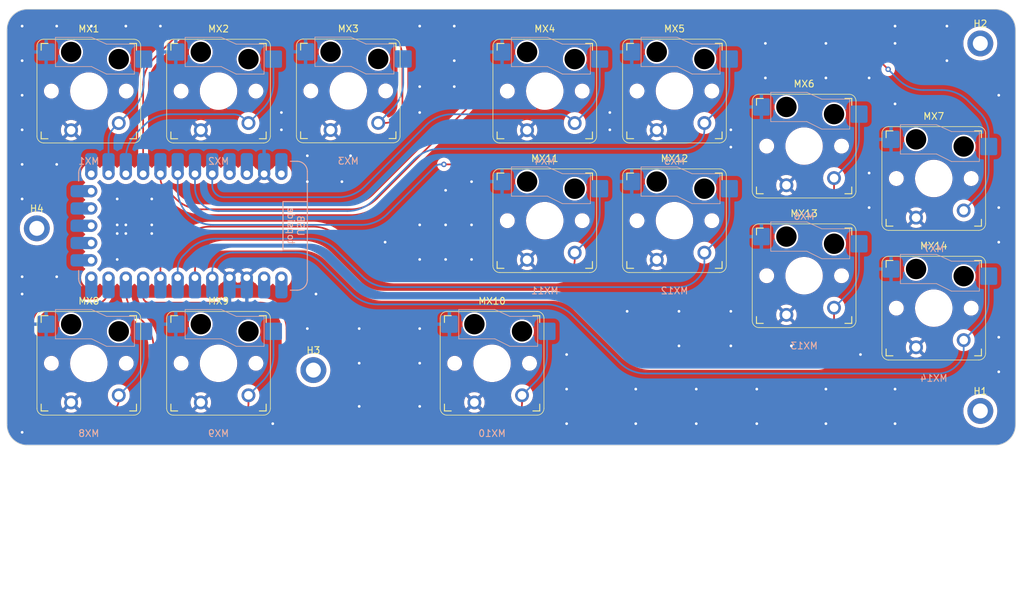
<source format=kicad_pcb>
(kicad_pcb (version 20221018) (generator pcbnew)
  (layers (0 "F.Cu" signal) (31 "B.Cu" signal) (34 "B.Paste" user) (35 "F.Paste" user) (36 "B.SilkS" user "B.Silkscreen") (37 "F.SilkS" user "F.Silkscreen") (38 "B.Mask" user) (39 "F.Mask" user) (44 "Edge.Cuts" user))
  (net 0 "")
  (net 1 "MX1")
  (net 2 "GND")
  (net 3 "MX2")
  (net 4 "MX3")
  (net 5 "MX4")
  (net 6 "MX5")
  (net 7 "MX7")
  (net 8 "MX8")
  (net 9 "MX9")
  (net 10 "MX10")
  (net 11 "MX11")
  (net 12 "MX12")
  (net 13 "MX13")
  (net 14 "MX14")
  (net 22 "MX6")
  (footprint "MountingHole:MountingHole_2.2mm_M2_DIN965_Pad" (layer "F.Cu") (at 78.359 74.168)
    (fp_text reference "H4")
    (fp_text value "MountingHole")
  )
  (footprint "MountingHole:MountingHole_2.2mm_M2_DIN965_Pad" (layer "F.Cu") (at 217 47)
    (fp_text reference "H2")
    (fp_text value "MountingHole")
  )
  (footprint "MountingHole:MountingHole_2.2mm_M2_DIN965_Pad" (layer "F.Cu") (at 119 95)
    (fp_text reference "H3")
    (fp_text value "MountingHole")
  )
  (footprint "keyswitches.pretty-2.1:KAILHCHOK_V2_GATERON_SW_HS_(KAILH)" (layer "F.Cu") (at 210.157835 85.89375)
    (fp_text reference "MX14")
    (fp_text value "MX_SW_HS")
  )
  (footprint "MountingHole:MountingHole_2.2mm_M2_DIN965_Pad" (layer "F.Cu") (at 217 101)
    (fp_text reference "H1")
    (fp_text value "MountingHole")
  )
  (footprint "keyswitches.pretty-2.1:KAILHCHOK_V2_GATERON_SW_HS_(KAILH)" (layer "F.Cu") (at 191.10569 62.084244)
    (fp_text reference "MX6")
    (fp_text value "MX_SW_HS")
  )
  (footprint "keyswitches.pretty-2.1:KAILHCHOK_V2_GATERON_SW_HS_(KAILH)" (layer "F.Cu") (at 172.053545 53.990872)
    (fp_text reference "MX5")
    (fp_text value "MX_SW_HS")
  )
  (footprint "keyswitches.pretty-2.1:KAILHCHOK_V2_GATERON_SW_HS_(KAILH)" (layer "F.Cu") (at 210.157835 66.842755)
    (fp_text reference "MX7")
    (fp_text value "MX_SW_HS")
  )
  (footprint "keyswitches.pretty-2.1:KAILHCHOK_V2_GATERON_SW_HS_(KAILH)" (layer "F.Cu") (at 86 54)
    (fp_text reference "MX1")
    (fp_text value "MX_SW_HS")
  )
  (footprint "keyswitches.pretty-2.1:KAILHCHOK_V2_GATERON_SW_HS_(KAILH)" (layer "F.Cu") (at 124.124 53.976)
    (fp_text reference "MX3")
    (fp_text value "MX_SW_HS")
  )
  (footprint "keyswitches.pretty-2.1:KAILHCHOK_V2_GATERON_SW_HS_(KAILH)" (layer "F.Cu") (at 153 73.043303)
    (fp_text reference "MX11")
    (fp_text value "MX_SW_HS")
  )
  (footprint "keyswitches.pretty-2.1:KAILHCHOK_V2_GATERON_SW_HS_(KAILH)" (layer "F.Cu") (at 145.25625 94)
    (fp_text reference "MX10")
    (fp_text value "MX_SW_HS")
  )
  (footprint "keyswitches.pretty-2.1:KAILHCHOK_V2_GATERON_SW_HS_(KAILH)" (layer "F.Cu") (at 172.053545 73.043017)
    (fp_text reference "MX12")
    (fp_text value "MX_SW_HS")
  )
  (footprint "keyswitches.pretty-2.1:KAILHCHOK_V2_GATERON_SW_HS_(KAILH)" (layer "F.Cu") (at 86 94)
    (fp_text reference "MX8")
    (fp_text value "MX_SW_HS")
  )
  (footprint "keyswitches.pretty-2.1:KAILHCHOK_V2_GATERON_SW_HS_(KAILH)" (layer "F.Cu") (at 105.058542 94)
    (fp_text reference "MX9")
    (fp_text value "MX_SW_HS")
  )
  (footprint "keyswitches.pretty-2.1:KAILHCHOK_V2_GATERON_SW_HS_(KAILH)" (layer "F.Cu") (at 105.058542 54)
    (fp_text reference "MX2")
    (fp_text value "MX_SW_HS")
  )
  (footprint "keyswitches.pretty-2.1:KAILHCHOK_V2_GATERON_SW_HS_(KAILH)" (layer "F.Cu") (at 153 54)
    (fp_text reference "MX4")
    (fp_text value "MX_SW_HS")
  )
  (footprint "keyswitches.pretty-2.1:KAILHCHOK_V2_GATERON_SW_HS_(KAILH)" (layer "F.Cu") (at 191.10569 81.13125)
    (fp_text reference "MX13")
    (fp_text value "MX_SW_HS")
  )
  (footprint "PCM_marbastlib-xp-promicroish:Elite-C_ACH" (layer "B.Cu") (at 100.33 73.787 90)
    (fp_text reference "U2" hide)
    (fp_text value "ProMicro")
  )
  (gr_arc (start 76.970673 106.026735) (mid 74.849358 105.148048) (end 73.970673 103.026735) (stroke (width 0.1)) (layer "Edge.Cuts"))
  (gr_line (start 219.174256 106.026735) (end 76.970673 106.026735) (stroke (width 0.1)) (layer "Edge.Cuts"))
  (gr_arc (start 219.174256 41.975166) (mid 221.295617 42.853828) (end 222.174256 44.975166) (stroke (width 0.1)) (layer "Edge.Cuts"))
  (gr_line (start 222.174256 44.975166) (end 222.174256 103.026735) (stroke (width 0.1)) (layer "Edge.Cuts"))
  (gr_arc (start 73.970673 44.975166) (mid 74.849363 42.853858) (end 76.970673 41.975166) (stroke (width 0.1)) (layer "Edge.Cuts"))
  (gr_line (start 73.970673 103.026735) (end 73.970673 44.975166) (stroke (width 0.1)) (layer "Edge.Cuts"))
  (gr_line (start 76.970673 41.975166) (end 219.174256 41.975166) (stroke (width 0.1)) (layer "Edge.Cuts"))
  (gr_arc (start 222.174256 103.026735) (mid 221.295532 105.147988) (end 219.174256 106.026735) (stroke (width 0.1)) (layer "Edge.Cuts"))
  (segment (start 88.9 61.26066) (end 88.9 66.167) (width 0.25) (layer "B.Cu") (net 1))
  (segment (start 89.65 59.45) (end 90.4 58.7) (width 0.25) (layer "B.Cu") (net 1))
  (segment (start 94.075 52.771036) (end 94.075 49.3) (width 0.25) (layer "B.Cu") (net 1))
  (segment (start 92.481207 56.618792) (end 90.4 58.7) (width 0.25) (layer "B.Cu") (net 1))
  (arc (start 89.65 59.45) (mid 89.094918 60.280737) (end 88.9 61.26066) (width 0.25) (layer "B.Cu") (net 1))
  (arc (start 94.075 52.771036) (mid 93.660786 54.853426) (end 92.481207 56.618792) (width 0.25) (layer "B.Cu") (net 1))
  (via (at 139.7 44.45) (size 0.8) (drill 0.4) (layers "F.Cu" "B.Cu") (net 2))
  (via (at 90.17 78.74) (size 0.8) (drill 0.4) (layers "F.Cu" "B.Cu") (net 2))
  (via (at 219.71 95.25) (size 0.8) (drill 0.4) (layers "F.Cu" "B.Cu") (net 2))
  (via (at 81.28 81.28) (size 0.8) (drill 0.4) (layers "F.Cu" "B.Cu") (net 2))
  (via (at 90.17 73.66) (size 0.8) (drill 0.4) (layers "F.Cu" "B.Cu") (net 2))
  (via (at 184.15 102.87) (size 0.8) (drill 0.4) (layers "F.Cu" "B.Cu") (net 2))
  (via (at 185.42 46.99) (size 0.8) (drill 0.4) (layers "F.Cu" "B.Cu") (net 2))
  (via (at 119.38 83.82) (size 0.8) (drill 0.4) (layers "F.Cu" "B.Cu") (net 2))
  (via (at 212.09 49.53) (size 0.8) (drill 0.4) (layers "F.Cu" "B.Cu") (net 2))
  (via (at 76.2 59.69) (size 0.8) (drill 0.4) (layers "F.Cu" "B.Cu") (net 2))
  (via (at 125.73 93.98) (size 0.8) (drill 0.4) (layers "F.Cu" "B.Cu") (net 2))
  (via (at 194.31 102.87) (size 0.8) (drill 0.4) (layers "F.Cu" "B.Cu") (net 2))
  (via (at 134.62 73.66) (size 0.8) (drill 0.4) (layers "F.Cu" "B.Cu") (net 2))
  (via (at 156.21 92.71) (size 0.8) (drill 0.4) (layers "F.Cu" "B.Cu") (net 2))
  (via (at 76.2 83.82) (size 0.8) (drill 0.4) (layers "F.Cu" "B.Cu") (net 2))
  (via (at 76.2 104.14) (size 0.8) (drill 0.4) (layers "F.Cu" "B.Cu") (net 2))
  (via (at 134.62 100.33) (size 0.8) (drill 0.4) (layers "F.Cu" "B.Cu") (net 2))
  (via (at 219.71 76.2) (size 0.8) (drill 0.4) (layers "F.Cu" "B.Cu") (net 2))
  (via (at 95.25 69.85) (size 0.8) (drill 0.4) (layers "F.Cu" "B.Cu") (net 2))
  (via (at 95.25 73.66) (size 0.8) (drill 0.4) (layers "F.Cu" "B.Cu") (net 2))
  (via (at 134.62 44.45) (size 0.8) (drill 0.4) (layers "F.Cu" "B.Cu") (net 2))
  (via (at 134.62 88.9) (size 0.8) (drill 0.4) (layers "F.Cu" "B.Cu") (net 2))
  (via (at 199.39 92.71) (size 0.8) (drill 0.4) (layers "F.Cu" "B.Cu") (net 2))
  (via (at 139.7 49.53) (size 0.8) (drill 0.4) (layers "F.Cu" "B.Cu") (net 2))
  (via (at 142.24 67.31) (size 0.8) (drill 0.4) (layers "F.Cu" "B.Cu") (net 2))
  (via (at 200.66 66.04) (size 0.8) (drill 0.4) (layers "F.Cu" "B.Cu") (net 2))
  (via (at 95.25 74.93) (size 0.8) (drill 0.4) (layers "F.Cu" "B.Cu") (net 2))
  (via (at 134.62 78.74) (size 0.8) (drill 0.4) (layers "F.Cu" "B.Cu") (net 2))
  (via (at 90.17 69.85) (size 0.8) (drill 0.4) (layers "F.Cu" "B.Cu") (net 2))
  (via (at 90.17 74.93) (size 0.8) (drill 0.4) (layers "F.Cu" "B.Cu") (net 2))
  (via (at 96.52 44.45) (size 0.8) (drill 0.4) (layers "F.Cu" "B.Cu") (net 2))
  (via (at 219.71 54.61) (size 0.8) (drill 0.4) (layers "F.Cu" "B.Cu") (net 2))
  (via (at 194.31 52.07) (size 0.8) (drill 0.4) (layers "F.Cu" "B.Cu") (net 2))
  (via (at 219.71 71.12) (size 0.8) (drill 0.4) (layers "F.Cu" "B.Cu") (net 2))
  (via (at 194.31 97.79) (size 0.8) (drill 0.4) (layers "F.Cu" "B.Cu") (net 2))
  (via (at 81.28 64.77) (size 0.8) (drill 0.4) (layers "F.Cu" "B.Cu") (net 2))
  (via (at 180.34 91.44) (size 0.8) (drill 0.4) (layers "F.Cu" "B.Cu") (net 2))
  (via (at 204.47 46.99) (size 0.8) (drill 0.4) (layers "F.Cu" "B.Cu") (net 2))
  (via (at 118.11 88.9) (size 0.8) (drill 0.4) (layers "F.Cu" "B.Cu") (net 2))
  (via (at 180.34 59.69) (size 0.8) (drill 0.4) (layers "F.Cu" "B.Cu") (net 2))
  (via (at 166.37 102.87) (size 0.8) (drill 0.4) (layers "F.Cu" "B.Cu") (net 2))
  (via (at 200.66 71.12) (size 0.8) (drill 0.4) (layers "F.Cu" "B.Cu") (net 2))
  (via (at 81.28 44.45) (size 0.8) (drill 0.4) (layers "F.Cu" "B.Cu") (net 2))
  (via (at 91.44 73.66) (size 0.8) (drill 0.4) (layers "F.Cu" "B.Cu") (net 2))
  (via (at 76.2 64.77) (size 0.8) (drill 0.4) (layers "F.Cu" "B.Cu") (net 2))
  (via (at 189.23 91.44) (size 0.8) (drill 0.4) (layers "F.Cu" "B.Cu") (net 2))
  (via (at 134.62 57.15) (size 0.8) (drill 0.4) (layers "F.Cu" "B.Cu") (net 2))
  (via (at 142.24 78.74) (size 0.8) (drill 0.4) (layers "F.Cu" "B.Cu") (net 2))
  (via (at 118.11 63.5) (size 0.8) (drill 0.4) (layers "F.Cu" "B.Cu") (net 2))
  (via (at 156.21 102.87) (size 0.8) (drill 0.4) (layers "F.Cu" "B.Cu") (net 2))
  (via (at 180.34 62.23) (size 0.8) (drill 0.4) (layers "F.Cu" "B.Cu") (net 2))
  (via (at 76.2 54.61) (size 0.8) (drill 0.4) (layers "F.Cu" "B.Cu") (net 2))
  (via (at 166.37 97.79) (size 0.8) (drill 0.4) (layers "F.Cu" "B.Cu") (net 2))
  (via (at 86.36 44.45) (size 0.8) (drill 0.4) (layers "F.Cu" "B.Cu") (net 2))
  (via (at 185.42 52.07) (size 0.8) (drill 0.4) (layers "F.Cu" "B.Cu") (net 2))
  (via (at 180.34 86.36) (size 0.8) (drill 0.4) (layers "F.Cu" "B.Cu") (net 2))
  (via (at 156.21 97.79) (size 0.8) (drill 0.4) (layers "F.Cu" "B.Cu") (net 2))
  (via (at 139.7 53.34) (size 0.8) (drill 0.4) (layers "F.Cu" "B.Cu") (net 2))
  (via (at 91.44 74.93) (size 0.8) (drill 0.4) (layers "F.Cu" "B.Cu") (net 2))
  (via (at 138.43 68.58) (size 0.8) (drill 0.4) (layers "F.Cu" "B.Cu") (net 2))
  (via (at 200.66 52.07) (size 0.8) (drill 0.4) (layers "F.Cu" "B.Cu") (net 2))
  (via (at 91.44 44.45) (size 0.8) (drill 0.4) (layers "F.Cu" "B.Cu") (net 2))
  (via (at 123.19 67.31) (size 0.8) (drill 0.4) (layers "F.Cu" "B.Cu") (net 2))
  (via (at 114.3 57.15) (size 0.8) (drill 0.4) (layers "F.Cu" "B.Cu") (net 2))
  (via (at 118.11 67.31) (size 0.8) (drill 0.4) (layers "F.Cu" "B.Cu") (net 2))
  (via (at 124.46 63.5) (size 0.8) (drill 0.4) (layers "F.Cu" "B.Cu") (net 2))
  (via (at 194.31 46.99) (size 0.8) (drill 0.4) (layers "F.Cu" "B.Cu") (net 2))
  (via (at 162.56 57.15) (size 0.8) (drill 0.4) (layers "F.Cu" "B.Cu") (net 2))
  (via (at 134.62 53.34) (size 0.8) (drill 0.4) (layers "F.Cu" "B.Cu") (net 2))
  (via (at 138.43 73.66) (size 0.8) (drill 0.4) (layers "F.Cu" "B.Cu") (net 2))
  (via (at 125.73 100.33) (size 0.8) (drill 0.4) (layers "F.Cu" "B.Cu") (net 2))
  (via (at 172.72 86.36) (size 0.8) (drill 0.4) (layers "F.Cu" "B.Cu") (net 2))
  (via (at 76.2 81.28) (size 0.8) (drill 0.4) (layers "F.Cu" "B.Cu") (net 2))
  (via (at 113.03 102.87) (size 0.8) (drill 0.4) (layers "F.Cu" "B.Cu") (net 2))
  (via (at 175.26 97.79) (size 0.8) (drill 0.4) (layers "F.Cu" "B.Cu") (net 2))
  (via (at 76.2 44.45) (size 0.8) (drill 0.4) (layers "F.Cu" "B.Cu") (net 2))
  (via (at 219.71 90.17) (size 0.8) (drill 0.4) (layers "F.Cu" "B.Cu") (net 2))
  (via (at 204.47 102.87) (size 0.8) (drill 0.4) (layers "F.Cu" "B.Cu") (net 2))
  (via (at 76.2 69.85) (size 0.8) (drill 0.4) (layers "F.Cu" "B.Cu") (net 2))
  (via (at 162.56 59.69) (size 0.8) (drill 0.4) (layers "F.Cu" "B.Cu") (net 2))
  (via (at 142.24 73.66) (size 0.8) (drill 0.4) (layers "F.Cu" "B.Cu") (net 2))
  (via (at 134.62 93.98) (size 0.8) (drill 0.4) (layers "F.Cu" "B.Cu") (net 2))
  (via (at 138.43 78.74) (size 0.8) (drill 0.4) (layers "F.Cu" "B.Cu") (net 2))
  (via (at 76.2 49.53) (size 0.8) (drill 0.4) (layers "F.Cu" "B.Cu") (net 2))
  (via (at 184.15 97.79) (size 0.8) (drill 0.4) (layers "F.Cu" "B.Cu") (net 2))
  (via (at 204.47 44.45) (size 0.8) (drill 0.4) (layers "F.Cu" "B.Cu") (net 2))
  (via (at 114.3 59.69) (size 0.8) (drill 0.4) (layers "F.Cu" "B.Cu") (net 2))
  (via (at 172.72 91.44) (size 0.8) (drill 0.4) (layers "F.Cu" "B.Cu") (net 2))
  (via (at 204.47 97.79) (size 0.8) (drill 0.4) (layers "F.Cu" "B.Cu") (net 2))
  (via (at 212.09 44.45) (size 0.8) (drill 0.4) (layers "F.Cu" "B.Cu") (net 2))
  (via (at 129.54 76.2) (size 0.8) (drill 0.4) (layers "F.Cu" "B.Cu") (net 2))
  (via (at 125.73 88.9) (size 0.8) (drill 0.4) (layers "F.Cu" "B.Cu") (net 2))
  (via (at 204.47 55.88) (size 0.8) (drill 0.4) (layers "F.Cu" "B.Cu") (net 2))
  (via (at 165.1 86.36) (size 0.8) (drill 0.4) (layers "F.Cu" "B.Cu") (net 2))
  (via (at 175.26 102.87) (size 0.8) (drill 0.4) (layers "F.Cu" "B.Cu") (net 2))
  (segment (start 111.539749 56.618792) (end 110.106542 58.052) (width 0.25) (layer "B.Cu") (net 3))
  (segment (start 94.164206 58.997792) (end 93.011544 60.150455) (width 0.25) (layer "B.Cu") (net 3))
  (segment (start 107.246131 57.404) (end 98.011963 57.404) (width 0.25) (layer "B.Cu") (net 3))
  (segment (start 91.44 63.9445) (end 91.44 66.167) (width 0.25) (layer "B.Cu") (net 3))
  (segment (start 113.133542 52.771036) (end 113.133542 49.3) (width 0.25) (layer "B.Cu") (net 3))
  (arc (start 113.133542 52.771036) (mid 112.719328 54.853426) (end 111.539749 56.618792) (width 0.25) (layer "B.Cu") (net 3))
  (arc (start 98.011963 57.404) (mid 95.929572 57.818213) (end 94.164206 58.997792) (width 0.25) (layer "B.Cu") (net 3))
  (arc (start 108.810542 58.052) (mid 109.458542 58.32041) (end 110.106542 58.052) (width 0.25) (layer "B.Cu") (net 3))
  (arc (start 93.011544 60.150455) (mid 91.84843 61.891177) (end 91.44 63.9445) (width 0.25) (layer "B.Cu") (net 3))
  (arc (start 108.810542 58.052) (mid 108.092784 57.572409) (end 107.246131 57.404) (width 0.25) (layer "B.Cu") (net 3))
  (segment (start 93.98 53.053963) (end 93.98 66.167) (width 0.25) (layer "F.Cu") (net 4))
  (segment (start 132.08 49.040051) (end 132.08 56.070955) (width 0.25) (layer "F.Cu") (net 4))
  (segment (start 131.271713 57.958286) (end 131.317 57.913) (width 0.25) (layer "F.Cu") (net 4))
  (segment (start 98.482207 46.297792) (end 95.573792 49.206207) (width 0.25) (layer "F.Cu") (net 4))
  (segment (start 129.539 58.676) (end 128.524 58.676) (width 0.25) (layer "F.Cu") (net 4))
  (segment (start 127.743948 44.704) (end 102.329963 44.704) (width 0.25) (layer "F.Cu") (net 4))
  (arc (start 130.81 45.974) (mid 131.749937 47.380716) (end 132.08 49.040051) (width 0.25) (layer "F.Cu") (net 4))
  (arc (start 130.81 45.974) (mid 129.403283 45.034062) (end 127.743948 44.704) (width 0.25) (layer "F.Cu") (net 4))
  (arc (start 102.329963 44.704) (mid 100.247572 45.118213) (end 98.482207 46.297792) (width 0.25) (layer "F.Cu") (net 4))
  (arc (start 95.573792 49.206207) (mid 94.394213 50.971572) (end 93.98 53.053963) (width 0.25) (layer "F.Cu") (net 4))
  (arc (start 132.08 56.070955) (mid 131.881702 57.067862) (end 131.317 57.913) (width 0.25) (layer "F.Cu") (net 4))
  (arc (start 131.271713 57.958286) (mid 130.476737 58.489472) (end 129.539 58.676) (width 0.25) (layer "F.Cu") (net 4))
  (segment (start 132.199 52.747036) (end 132.199 49.276) (width 0.25) (layer "B.Cu") (net 4))
  (segment (start 130.605207 56.594792) (end 128.524 58.676) (width 0.25) (layer "B.Cu") (net 4))
  (arc (start 132.199 52.747036) (mid 131.784786 54.829426) (end 130.605207 56.594792) (width 0.25) (layer "B.Cu") (net 4))
  (segment (start 122.714036 69.596) (end 105.87442 69.596) (width 0.25) (layer "B.Cu") (net 5))
  (segment (start 126.561792 68.002207) (end 135.566207 58.997792) (width 0.25) (layer "B.Cu") (net 5))
  (segment (start 104.14 67.861579) (end 104.14 66.167) (width 0.25) (layer "B.Cu") (net 5))
  (segment (start 155.187589 57.404) (end 139.413963 57.404) (width 0.25) (layer "B.Cu") (net 5))
  (segment (start 158.047999 58.051999) (end 159.481207 56.618792) (width 0.25) (layer "B.Cu") (net 5))
  (segment (start 161.075 52.771036) (end 161.075 49.3) (width 0.25) (layer "B.Cu") (net 5))
  (arc (start 126.561792 68.002207) (mid 124.796426 69.181786) (end 122.714036 69.596) (width 0.25) (layer "B.Cu") (net 5))
  (arc (start 156.752 58.052) (mid 156.034242 57.572409) (end 155.187589 57.404) (width 0.25) (layer "B.Cu") (net 5))
  (arc (start 104.14 67.861579) (mid 104.272024 68.525313) (end 104.648 69.088) (width 0.25) (layer "B.Cu") (net 5))
  (arc (start 104.648 69.088) (mid 105.210686 69.463975) (end 105.87442 69.596) (width 0.25) (layer "B.Cu") (net 5))
  (arc (start 156.752 58.052) (mid 157.399999 58.32041) (end 158.047999 58.051999) (width 0.25) (layer "B.Cu") (net 5))
  (arc (start 161.075 52.771036) (mid 160.660786 54.853426) (end 159.481207 56.618792) (width 0.25) (layer "B.Cu") (net 5))
  (arc (start 139.413963 57.404) (mid 137.331572 57.818213) (end 135.566207 58.997792) (width 0.25) (layer "B.Cu") (net 5))
  (segment (start 105.06884 71.628) (end 123.984036 71.628) (width 0.25) (layer "B.Cu") (net 6))
  (segment (start 178.534752 56.609664) (end 176.453545 58.690872) (width 0.25) (layer "B.Cu") (net 6))
  (segment (start 137.635963 62.484) (end 173.548825 62.484) (width 0.25) (layer "B.Cu") (net 6))
  (segment (start 180.128545 52.761908) (end 180.128545 49.290872) (width 0.25) (layer "B.Cu") (net 6))
  (segment (start 133.788207 64.077792) (end 127.831792 70.034207) (width 0.25) (layer "B.Cu") (net 6))
  (segment (start 176.453545 59.736663) (end 176.453545 58.690872) (width 0.25) (layer "B.Cu") (net 6))
  (segment (start 175.714058 61.52194) (end 175.602772 61.633227) (width 0.25) (layer "B.Cu") (net 6))
  (segment (start 101.6 68.159159) (end 101.6 66.167) (width 0.25) (layer "B.Cu") (net 6))
  (arc (start 101.6 68.159159) (mid 101.864049 69.486626) (end 102.616 70.612) (width 0.25) (layer "B.Cu") (net 6))
  (arc (start 175.602772 61.633227) (mid 174.660413 62.262891) (end 173.548825 62.484) (width 0.25) (layer "B.Cu") (net 6))
  (arc (start 176.453545 59.736663) (mid 176.261358 60.702848) (end 175.714058 61.52194) (width 0.25) (layer "B.Cu") (net 6))
  (arc (start 137.635963 62.484) (mid 135.553572 62.898213) (end 133.788207 64.077792) (width 0.25) (layer "B.Cu") (net 6))
  (arc (start 127.831792 70.034207) (mid 126.066426 71.213786) (end 123.984036 71.628) (width 0.25) (layer "B.Cu") (net 6))
  (arc (start 102.616 70.612) (mid 103.741372 71.36395) (end 105.06884 71.628) (width 0.25) (layer "B.Cu") (net 6))
  (arc (start 180.128545 52.761908) (mid 179.714331 54.844298) (end 178.534752 56.609664) (width 0.25) (layer "B.Cu") (net 6))
  (segment (start 102.583963 71.374) (end 124.492036 71.374) (width 0.25) (layer "F.Cu") (net 7))
  (segment (start 98.736207 69.780207) (end 97.013914 68.057914) (width 0.25) (layer "F.Cu") (net 7))
  (segment (start 96.52 66.8655) (end 96.52 66.167) (width 0.25) (layer "F.Cu") (net 7))
  (segment (start 141.408207 56.711792) (end 128.339792 69.780207) (width 0.25) (layer "F.Cu") (net 7))
  (segment (start 143.002 48.711656) (end 143.002 52.864036) (width 0.25) (layer "F.Cu") (net 7))
  (segment (start 194.342036 43.942) (end 147.771656 43.942) (width 0.25) (layer "F.Cu") (net 7))
  (segment (start 198.189792 45.535792) (end 203.454 50.8) (width 0.25) (layer "F.Cu") (net 7))
  (via (at 203.454 50.8) (size 0.8) (drill 0.4) (layers "F.Cu" "B.Cu") (net 7))
  (arc (start 144.399 45.339) (mid 143.365068 46.886387) (end 143.002 48.711656) (width 0.25) (layer "F.Cu") (net 7))
  (arc (start 128.339792 69.780207) (mid 126.574426 70.959786) (end 124.492036 71.374) (width 0.25) (layer "F.Cu") (net 7))
  (arc (start 98.736207 69.780207) (mid 100.501572 70.959786) (end 102.583963 71.374) (width 0.25) (layer "F.Cu") (net 7))
  (arc (start 143.002 52.864036) (mid 142.587786 54.946426) (end 141.408207 56.711792) (width 0.25) (layer "F.Cu") (net 7))
  (arc (start 147.771656 43.942) (mid 145.946387 44.305068) (end 144.399 45.339) (width 0.25) (layer "F.Cu") (net 7))
  (arc (start 198.189792 45.535792) (mid 196.424426 44.356213) (end 194.342036 43.942) (width 0.25) (layer "F.Cu") (net 7))
  (arc (start 96.52 66.8655) (mid 96.648364 67.510829) (end 97.013914 68.057914) (width 0.25) (layer "F.Cu") (net 7))
  (segment (start 218.232835 65.613791) (end 218.232835 62.142755) (width 0.25) (layer "B.Cu") (net 7))
  (segment (start 216.639042 69.461547) (end 214.557835 71.542755) (width 0.25) (layer "B.Cu") (net 7))
  (segment (start 204.978 52.324) (end 203.454 50.8) (width 0.25) (layer "B.Cu") (net 7))
  (segment (start 218.232835 60.304795) (end 218.232835 62.142755) (width 0.25) (layer "B.Cu") (net 7))
  (segment (start 216.933201 57.167201) (end 215.207792 55.441792) (width 0.25) (layer "B.Cu") (net 7))
  (segment (start 208.657261 53.848) (end 211.360036 53.848) (width 0.25) (layer "B.Cu") (net 7))
  (arc (start 216.933201 57.167201) (mid 217.895071 58.606741) (end 218.232835 60.304795) (width 0.25) (layer "B.Cu") (net 7))
  (arc (start 215.207792 55.441792) (mid 213.442426 54.262213) (end 211.360036 53.848) (width 0.25) (layer "B.Cu") (net 7))
  (arc (start 218.232835 65.613791) (mid 217.818621 67.696181) (end 216.639042 69.461547) (width 0.25) (layer "B.Cu") (net 7))
  (arc (start 204.978 52.324) (mid 206.666059 53.451925) (end 208.657261 53.848) (width 0.25) (layer "B.Cu") (net 7))
  (segment (start 77.724 100.193974) (end 77.724 88.379235) (width 0.25) (layer "F.Cu") (net 8))
  (segment (start 80.759235 85.344) (end 86.731974 85.344) (width 0.25) (layer "F.Cu") (net 8))
  (segment (start 90.4 99.4) (end 90.4 98.7) (width 0.25) (layer "F.Cu") (net 8))
  (segment (start 79.892025 102.362) (end 86.538524 102.362) (width 0.25) (layer "F.Cu") (net 8))
  (segment (start 89.268999 101.230999) (end 89.905025 100.594974) (width 0.25) (layer "F.Cu") (net 8))
  (segment (start 88.9 83.175974) (end 88.9 81.407) (width 0.25) (layer "F.Cu") (net 8))
  (arc (start 90.4 99.4) (mid 90.27136 100.046715) (end 89.905025 100.594974) (width 0.25) (layer "F.Cu") (net 8))
  (arc (start 78.359 101.727) (mid 79.062357 102.196968) (end 79.892025 102.362) (width 0.25) (layer "F.Cu") (net 8))
  (arc (start 78.613 86.233) (mid 77.955043 87.217701) (end 77.724 88.379235) (width 0.25) (layer "F.Cu") (net 8))
  (arc (start 77.724 100.193974) (mid 77.889031 101.023641) (end 78.359 101.727) (width 0.25) (layer "F.Cu") (net 8))
  (arc (start 89.268999 101.230999) (mid 88.016246 102.068062) (end 86.538524 102.362) (width 0.25) (layer "F.Cu") (net 8))
  (arc (start 88.9 83.175974) (mid 88.734968 84.005641) (end 88.265 84.709) (width 0.25) (layer "F.Cu") (net 8))
  (arc (start 88.265 84.709) (mid 87.561641 85.178968) (end 86.731974 85.344) (width 0.25) (layer "F.Cu") (net 8))
  (arc (start 80.759235 85.344) (mid 79.597701 85.575043) (end 78.613 86.233) (width 0.25) (layer "F.Cu") (net 8))
  (segment (start 94.075 92.771036) (end 94.075 89.3) (width 0.25) (layer "B.Cu") (net 8))
  (segment (start 92.481207 96.618792) (end 90.4 98.7) (width 0.25) (layer "B.Cu") (net 8))
  (arc (start 94.075 92.771036) (mid 93.660786 94.853426) (end 92.481207 96.618792) (width 0.25) (layer "B.Cu") (net 8))
  (segment (start 91.44 83.3755) (end 91.44 81.407) (width 0.25) (layer "F.Cu") (net 9))
  (segment (start 108.57727 101.988728) (end 108.607377 101.958622) (width 0.25) (layer "F.Cu") (net 9))
  (segment (start 93.910207 87.814207) (end 92.831939 86.735939) (width 0.25) (layer "F.Cu") (net 9))
  (segment (start 95.504 91.661963) (end 95.504 99.834764) (width 0.25) (layer "F.Cu") (net 9))
  (segment (start 109.458542 99.903729) (end 109.458542 98.7) (width 0.25) (layer "F.Cu") (net 9))
  (segment (start 106.449694 102.87) (end 98.539235 102.87) (width 0.25) (layer "F.Cu") (net 9))
  (arc (start 109.458542 99.903729) (mid 109.237331 101.015829) (end 108.607377 101.958622) (width 0.25) (layer "F.Cu") (net 9))
  (arc (start 93.910207 87.814207) (mid 95.089786 89.579572) (end 95.504 91.661963) (width 0.25) (layer "F.Cu") (net 9))
  (arc (start 91.44 83.3755) (mid 91.801753 85.194156) (end 92.831939 86.735939) (width 0.25) (layer "F.Cu") (net 9))
  (arc (start 95.504 99.834764) (mid 95.735043 100.996298) (end 96.393 101.981) (width 0.25) (layer "F.Cu") (net 9))
  (arc (start 108.57727 101.988728) (mid 107.60113 102.640964) (end 106.449694 102.87) (width 0.25) (layer "F.Cu") (net 9))
  (arc (start 96.393 101.981) (mid 97.377701 102.638956) (end 98.539235 102.87) (width 0.25) (layer "F.Cu") (net 9))
  (segment (start 113.133542 92.771036) (end 113.133542 89.3) (width 0.25) (layer "B.Cu") (net 9))
  (segment (start 111.539749 96.618792) (end 109.458542 98.7) (width 0.25) (layer "B.Cu") (net 9))
  (arc (start 113.133542 92.771036) (mid 112.719328 94.853426) (end 111.539749 96.618792) (width 0.25) (layer "B.Cu") (net 9))
  (segment (start 146.535232 102.87) (end 119.831656 102.87) (width 0.25) (layer "F.Cu") (net 10))
  (segment (start 149.65625 99.870875) (end 149.65625 98.7) (width 0.25) (layer "F.Cu") (net 10))
  (segment (start 148.742124 101.955874) (end 148.828316 101.869683) (width 0.25) (layer "F.Cu") (net 10))
  (segment (start 115.062 88.94753) (end 115.062 98.100343) (width 0.25) (layer "F.Cu") (net 10))
  (segment (start 93.98 84.222789) (end 93.98 81.407) (width 0.25) (layer "F.Cu") (net 10))
  (segment (start 94.84721 85.09) (end 111.204469 85.09) (width 0.25) (layer "F.Cu") (net 10))
  (arc (start 116.459 101.473) (mid 118.006387 102.506931) (end 119.831656 102.87) (width 0.25) (layer "F.Cu") (net 10))
  (arc (start 148.742124 101.955874) (mid 147.729593 102.632426) (end 146.535232 102.87) (width 0.25) (layer "F.Cu") (net 10))
  (arc (start 93.98 84.222789) (mid 94.046012 84.554656) (end 94.234 84.836) (width 0.25) (layer "F.Cu") (net 10))
  (arc (start 94.234 84.836) (mid 94.515343 85.023987) (end 94.84721 85.09) (width 0.25) (layer "F.Cu") (net 10))
  (arc (start 115.062 98.100343) (mid 115.425068 99.925611) (end 116.459 101.473) (width 0.25) (layer "F.Cu") (net 10))
  (arc (start 149.65625 99.870875) (mid 149.441076 100.952622) (end 148.828316 101.869683) (width 0.25) (layer "F.Cu") (net 10))
  (arc (start 113.932155 86.219844) (mid 112.680682 85.383636) (end 111.204469 85.09) (width 0.25) (layer "F.Cu") (net 10))
  (arc (start 113.932155 86.219844) (mid 114.768362 87.471317) (end 115.062 88.94753) (width 0.25) (layer "F.Cu") (net 10))
  (segment (start 153.33125 92.771036) (end 153.33125 89.3) (width 0.25) (layer "B.Cu") (net 10))
  (segment (start 151.737457 96.618792) (end 149.65625 98.7) (width 0.25) (layer "B.Cu") (net 10))
  (arc (start 153.33125 92.771036) (mid 152.917036 94.853426) (end 151.737457 96.618792) (width 0.25) (layer "B.Cu") (net 10))
  (segment (start 157.4 78.789651) (end 157.4 77.743303) (width 0.25) (layer "F.Cu") (net 11))
  (segment (start 156.660119 80.57588) (end 156.551 80.685) (width 0.25) (layer "F.Cu") (net 11))
  (segment (start 96.52 80.2005) (end 96.52 81.407) (width 0.25) (layer "F.Cu") (net 11))
  (segment (start 100.006206 75.507792) (end 97.373124 78.140875) (width 0.25) (layer "F.Cu") (net 11))
  (segment (start 131.031963 81.534) (end 154.501332 81.534) (width 0.25) (layer "F.Cu") (net 11))
  (segment (start 127.184207 79.940207) (end 122.751792 75.507792) (width 0.25) (layer "F.Cu") (net 11))
  (segment (start 103.853963 73.914) (end 118.904036 73.914) (width 0.25) (layer "F.Cu") (net 11))
  (arc (start 127.184207 79.940207) (mid 128.949572 81.119786) (end 131.031963 81.534) (width 0.25) (layer "F.Cu") (net 11))
  (arc (start 97.373124 78.140875) (mid 96.741719 79.085839) (end 96.52 80.2005) (width 0.25) (layer "F.Cu") (net 11))
  (arc (start 156.551 80.685) (mid 155.610604 81.313352) (end 154.501332 81.534) (width 0.25) (layer "F.Cu") (net 11))
  (arc (start 103.853963 73.914) (mid 101.771572 74.328213) (end 100.006206 75.507792) (width 0.25) (layer "F.Cu") (net 11))
  (arc (start 122.751792 75.507792) (mid 120.986426 74.328213) (end 118.904036 73.914) (width 0.25) (layer "F.Cu") (net 11))
  (arc (start 157.4 78.789651) (mid 157.207711 79.756351) (end 156.660119 80.57588) (width 0.25) (layer "F.Cu") (net 11))
  (segment (start 159.481207 75.662095) (end 157.4 77.743303) (width 0.25) (layer "B.Cu") (net 11))
  (segment (start 161.075 71.814339) (end 161.075 68.343303) (width 0.25) (layer "B.Cu") (net 11))
  (arc (start 161.075 71.814339) (mid 160.660786 73.896729) (end 159.481207 75.662095) (width 0.25) (layer "B.Cu") (net 11))
  (segment (start 130.015963 82.804) (end 172.681615 82.804) (width 0.25) (layer "B.Cu") (net 12))
  (segment (start 99.06 80.2005) (end 99.06 81.407) (width 0.25) (layer "B.Cu") (net 12))
  (segment (start 126.168207 81.210207) (end 122.243792 77.285792) (width 0.25) (layer "B.Cu") (net 12))
  (segment (start 176.453545 77.743017) (end 178.534752 75.661809) (width 0.25) (layer "B.Cu") (net 12))
  (segment (start 100.768206 77.285792) (end 99.913124 78.140875) (width 0.25) (layer "B.Cu") (net 12))
  (segment (start 176.453545 77.743017) (end 176.453545 79.168736) (width 0.25) (layer "B.Cu") (net 12))
  (segment (start 104.615963 75.692) (end 118.396036 75.692) (width 0.25) (layer "B.Cu") (net 12))
  (segment (start 180.128545 71.814053) (end 180.128545 68.343017) (width 0.25) (layer "B.Cu") (net 12))
  (segment (start 175.348772 81.699227) (end 175.445409 81.60259) (width 0.25) (layer "B.Cu") (net 12))
  (arc (start 126.168207 81.210207) (mid 127.933572 82.389786) (end 130.015963 82.804) (width 0.25) (layer "B.Cu") (net 12))
  (arc (start 175.348772 81.699227) (mid 174.12507 82.516878) (end 172.681615 82.804) (width 0.25) (layer "B.Cu") (net 12))
  (arc (start 99.913124 78.140875) (mid 99.281719 79.085839) (end 99.06 80.2005) (width 0.25) (layer "B.Cu") (net 12))
  (arc (start 180.128545 71.814053) (mid 179.714331 73.896443) (end 178.534752 75.661809) (width 0.25) (layer "B.Cu") (net 12))
  (arc (start 122.243792 77.285792) (mid 120.478426 76.106213) (end 118.396036 75.692) (width 0.25) (layer "B.Cu") (net 12))
  (arc (start 176.453545 79.168736) (mid 176.191538 80.485928) (end 175.445409 81.60259) (width 0.25) (layer "B.Cu") (net 12))
  (arc (start 104.615963 75.692) (mid 102.533572 76.106213) (end 100.768206 77.285792) (width 0.25) (layer "B.Cu") (net 12))
  (segment (start 121.227792 78.301792) (end 125.406207 82.480207) (width 0.25) (layer "F.Cu") (net 13))
  (segment (start 129.253963 84.074) (end 153.956036 84.074) (width 0.25) (layer "F.Cu") (net 13))
  (segment (start 164.776207 92.640207) (end 157.803792 85.667792) (width 0.25) (layer "F.Cu") (net 13))
  (segment (start 193.030914 94.234) (end 168.623963 94.234) (width 0.25) (layer "F.Cu") (net 13))
  (segment (start 101.6 80.3275) (end 101.6 81.407) (width 0.25) (layer "F.Cu") (net 13))
  (segment (start 102.869999 77.977999) (end 102.363321 78.484678) (width 0.25) (layer "F.Cu") (net 13))
  (segment (start 195.50569 91.759224) (end 195.50569 85.83125) (width 0.25) (layer "F.Cu") (net 13))
  (segment (start 117.380036 76.708) (end 105.936051 76.708) (width 0.25) (layer "F.Cu") (net 13))
  (arc (start 157.803792 85.667792) (mid 156.038426 84.488213) (end 153.956036 84.074) (width 0.25) (layer "F.Cu") (net 13))
  (arc (start 102.363321 78.484678) (mid 101.79838 79.330171) (end 101.6 80.3275) (width 0.25) (layer "F.Cu") (net 13))
  (arc (start 125.406207 82.480207) (mid 127.171572 83.659786) (end 129.253963 84.074) (width 0.25) (layer "F.Cu") (net 13))
  (arc (start 121.227792 78.301792) (mid 119.462426 77.122213) (end 117.380036 76.708) (width 0.25) (layer "F.Cu") (net 13))
  (arc (start 194.780845 93.509155) (mid 193.977969 94.045618) (end 193.030914 94.234) (width 0.25) (layer "F.Cu") (net 13))
  (arc (start 164.776207 92.640207) (mid 166.541572 93.819786) (end 168.623963 94.234) (width 0.25) (layer "F.Cu") (net 13))
  (arc (start 195.50569 91.759224) (mid 195.317308 92.706279) (end 194.780845 93.509155) (width 0.25) (layer "F.Cu") (net 13))
  (arc (start 105.936051 76.708) (mid 104.276715 77.038061) (end 102.869999 77.977999) (width 0.25) (layer "F.Cu") (net 13))
  (segment (start 197.586897 83.750042) (end 195.50569 85.83125) (width 0.25) (layer "B.Cu") (net 13))
  (segment (start 199.18069 79.902286) (end 199.18069 76.43125) (width 0.25) (layer "B.Cu") (net 13))
  (arc (start 199.18069 79.902286) (mid 198.766476 81.984676) (end 197.586897 83.750042) (width 0.25) (layer "B.Cu") (net 13))
  (segment (start 218.232835 84.664786) (end 218.232835 81.19375) (width 0.25) (layer "B.Cu") (net 14))
  (segment (start 124.644207 83.750207) (end 120.211792 79.317792) (width 0.25) (layer "B.Cu") (net 14))
  (segment (start 104.14 80.4545) (end 104.14 81.407) (width 0.25) (layer "B.Cu") (net 14))
  (segment (start 214.557835 91.941957) (end 214.557835 90.59375) (width 0.25) (layer "B.Cu") (net 14))
  (segment (start 107.175235 77.724) (end 116.364036 77.724) (width 0.25) (layer "B.Cu") (net 14))
  (segment (start 213.450917 94.397082) (end 213.604508 94.243491) (width 0.25) (layer "B.Cu") (net 14))
  (segment (start 104.813519 78.82848) (end 105.029 78.613) (width 0.25) (layer "B.Cu") (net 14))
  (segment (start 167.861963 95.504) (end 210.778582 95.504) (width 0.25) (layer "B.Cu") (net 14))
  (segment (start 128.491963 85.344) (end 153.194036 85.344) (width 0.25) (layer "B.Cu") (net 14))
  (segment (start 164.014207 93.910207) (end 157.041792 86.937792) (width 0.25) (layer "B.Cu") (net 14))
  (segment (start 216.639042 88.512542) (end 214.557835 90.59375) (width 0.25) (layer "B.Cu") (net 14))
  (arc (start 157.041792 86.937792) (mid 155.276426 85.758213) (end 153.194036 85.344) (width 0.25) (layer "B.Cu") (net 14))
  (arc (start 213.450917 94.397082) (mid 212.224839 95.216321) (end 210.778582 95.504) (width 0.25) (layer "B.Cu") (net 14))
  (arc (start 107.175235 77.724) (mid 106.013701 77.955043) (end 105.029 78.613) (width 0.25) (layer "B.Cu") (net 14))
  (arc (start 120.211792 79.317792) (mid 118.446426 78.138213) (end 116.364036 77.724) (width 0.25) (layer "B.Cu") (net 14))
  (arc (start 104.813519 78.82848) (mid 104.315041 79.574504) (end 104.14 80.4545) (width 0.25) (layer "B.Cu") (net 14))
  (arc (start 124.644207 83.750207) (mid 126.409572 84.929786) (end 128.491963 85.344) (width 0.25) (layer "B.Cu") (net 14))
  (arc (start 218.232835 84.664786) (mid 217.818621 86.747176) (end 216.639042 88.512542) (width 0.25) (layer "B.Cu") (net 14))
  (arc (start 164.014207 93.910207) (mid 165.779572 95.089786) (end 167.861963 95.504) (width 0.25) (layer "B.Cu") (net 14))
  (arc (start 214.557835 91.941957) (mid 214.310073 93.187538) (end 213.604508 94.243491) (width 0.25) (layer "B.Cu") (net 14))
  (segment (start 195.50569 68.465619) (end 195.50569 66.784244) (width 0.25) (layer "F.Cu") (net 22))
  (segment (start 182.88 67.056) (end 182.88 66.50442) (width 0.25) (layer "F.Cu") (net 22))
  (segment (start 181.145579 64.77) (end 138.176 64.77) (width 0.25) (layer "F.Cu") (net 22))
  (segment (start 188.083261 71.374) (end 192.597309 71.374) (width 0.25) (layer "F.Cu") (net 22))
  (segment (start 184.404 69.85) (end 183.778025 69.224025) (width 0.25) (layer "F.Cu") (net 22))
  (via (at 138.176 64.77) (size 0.8) (drill 0.4) (layers "F.Cu" "B.Cu") (net 22))
  (arc (start 182.88 67.056) (mid 183.113389 68.229326) (end 183.778025 69.224025) (width 0.25) (layer "F.Cu") (net 22))
  (arc (start 195.50569 68.465619) (mid 195.284302 69.578608) (end 194.653845 70.522155) (width 0.25) (layer "F.Cu") (net 22))
  (arc (start 194.653845 70.522155) (mid 193.710298 71.152612) (end 192.597309 71.374) (width 0.25) (layer "F.Cu") (net 22))
  (arc (start 182.372 65.278) (mid 181.809313 64.902024) (end 181.145579 64.77) (width 0.25) (layer "F.Cu") (net 22))
  (arc (start 182.372 65.278) (mid 182.747975 65.840686) (end 182.88 66.50442) (width 0.25) (layer "F.Cu") (net 22))
  (arc (start 184.404 69.85) (mid 186.092059 70.977925) (end 188.083261 71.374) (width 0.25) (layer "F.Cu") (net 22))
  (segment (start 99.06 68.456738) (end 99.06 66.167) (width 0.25) (layer "B.Cu") (net 22))
  (segment (start 197.586897 64.703036) (end 195.50569 66.784244) (width 0.25) (layer "B.Cu") (net 22))
  (segment (start 137.668 64.77) (end 138.176 64.77) (width 0.25) (layer "B.Cu") (net 22))
  (segment (start 199.18069 60.85528) (end 199.18069 57.384244) (width 0.25) (layer "B.Cu") (net 22))
  (segment (start 126.016036 73.66) (end 104.263261 73.66) (width 0.25) (layer "B.Cu") (net 22))
  (segment (start 136.800789 65.12921) (end 129.863792 72.066207) (width 0.25) (layer "B.Cu") (net 22))
  (arc (start 199.18069 60.85528) (mid 198.766476 62.93767) (end 197.586897 64.703036) (width 0.25) (layer "B.Cu") (net 22))
  (arc (start 100.584 72.136) (mid 102.272059 73.263925) (end 104.263261 73.66) (width 0.25) (layer "B.Cu") (net 22))
  (arc (start 99.06 68.456738) (mid 99.456074 70.44794) (end 100.584 72.136) (width 0.25) (layer "B.Cu") (net 22))
  (arc (start 137.668 64.77) (mid 137.198669 64.863355) (end 136.800789 65.12921) (width 0.25) (layer "B.Cu") (net 22))
  (arc (start 129.863792 72.066207) (mid 128.098426 73.245786) (end 126.016036 73.66) (width 0.25) (layer "B.Cu") (net 22))
  (zone (net 2) (net_name "GND") (layers "F&B.Cu") (connect_pads (clearance 0.5)) (min_thickness 0.25) (fill yes (thermal_gap 0.5) (thermal_bridge_width 0.5))
    (polygon (pts (xy 73.66 40.6146) (xy 223.393 40.64) (xy 223.4184 107.3658) (xy 73.1774 107.5436) (xy 72.9488 40.767) (xy 73.279 40.64)))
  )
)
</source>
